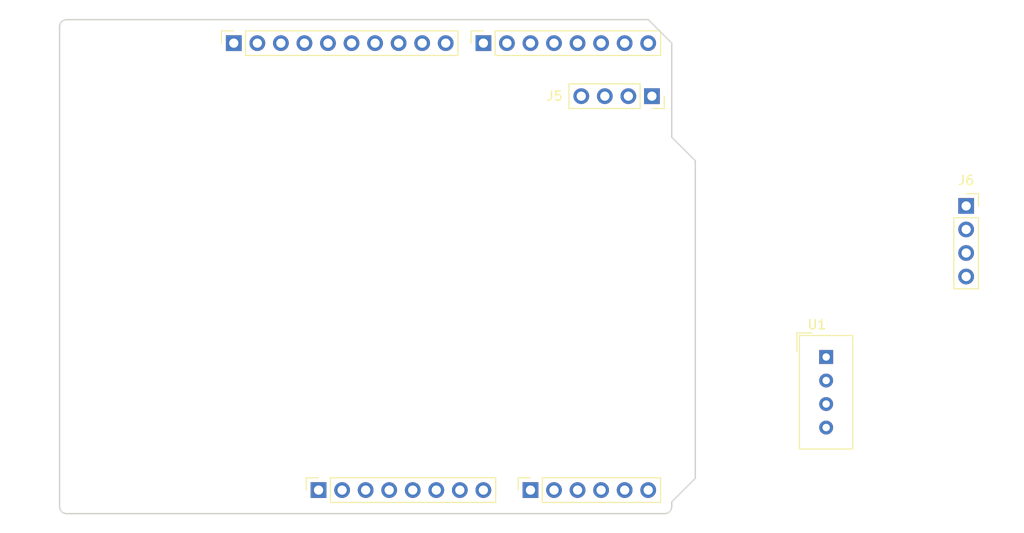
<source format=kicad_pcb>
(kicad_pcb (version 20240108) (generator "pcbnew") (generator_version "8.0")
  (title_block (title "Shield Arduino UNO") (date "2024-08-18") (company "Curso Lab. Electrónica II"))
  (layers (0 "F.Cu" signal) (31 "B.Cu" signal) (34 "B.Paste" user) (35 "F.Paste" user) (36 "B.SilkS" user "B.Silkscreen") (37 "F.SilkS" user "F.Silkscreen") (38 "B.Mask" user) (39 "F.Mask" user) (44 "Edge.Cuts" user))
  (net 0 "")
  (net 1 "GND")
  (net 3 "+5V")
  (net 4 "/IOREF")
  (net 5 "/A1")
  (net 6 "/A2")
  (net 7 "/A3")
  (net 8 "/SDA{slash}A4")
  (net 9 "/SCL{slash}A5")
  (net 10 "/13")
  (net 11 "/12")
  (net 12 "/AREF")
  (net 13 "/8")
  (net 14 "/7")
  (net 15 "/*11")
  (net 16 "/*10")
  (net 17 "/*9")
  (net 18 "/4")
  (net 19 "/2")
  (net 20 "/*6")
  (net 21 "/*5")
  (net 22 "/TX{slash}1")
  (net 23 "/*3")
  (net 24 "+3V3")
  (net 25 "VCC")
  (net 26 "/~{RESET}")
  (net 35 "/A0")
  (net 36 "/RX{slash}0")
  (footprint "Connector_PinSocket_2.54mm:PinSocket_1x08_P2.54mm_Vertical" (layer "F.Cu") (at 127.94 97.46 90)
    (property "Reference" "J1" (hide yes))
    (property "Value" "Power")
    (fp_line (start 1.33 -1.33) (end 1.33 0) (stroke (width 0.12)) (layer "F.SilkS"))
    (fp_line (start 0 -1.33) (end 1.33 -1.33) (stroke (width 0.12)) (layer "F.SilkS"))
    (fp_line (start 1.33 1.27) (end 1.33 19.11) (stroke (width 0.12)) (layer "F.SilkS"))
    (fp_line (start -1.33 1.27) (end 1.33 1.27) (stroke (width 0.12)) (layer "F.SilkS"))
    (fp_line (start -1.33 1.27) (end -1.33 19.11) (stroke (width 0.12)) (layer "F.SilkS"))
    (fp_line (start -1.33 19.11) (end 1.33 19.11) (stroke (width 0.12)) (layer "F.SilkS"))
    (pad "1" thru_hole rect (at 0 0 90) (size 1.7 1.7) (drill 1) (layers "*.Cu" "*.Mask"))
    (pad "2" thru_hole oval (at 0 2.54 90) (size 1.7 1.7) (drill 1) (layers "*.Cu" "*.Mask") (net 4 "/IOREF"))
    (pad "3" thru_hole oval (at 0 5.08 90) (size 1.7 1.7) (drill 1) (layers "*.Cu" "*.Mask") (net 26 "/~{RESET}"))
    (pad "4" thru_hole oval (at 0 7.62 90) (size 1.7 1.7) (drill 1) (layers "*.Cu" "*.Mask") (net 24 "+3V3"))
    (pad "5" thru_hole oval (at 0 10.16 90) (size 1.7 1.7) (drill 1) (layers "*.Cu" "*.Mask") (net 3 "+5V"))
    (pad "6" thru_hole oval (at 0 12.7 90) (size 1.7 1.7) (drill 1) (layers "*.Cu" "*.Mask") (net 1 "GND"))
    (pad "7" thru_hole oval (at 0 15.24 90) (size 1.7 1.7) (drill 1) (layers "*.Cu" "*.Mask") (net 1 "GND"))
    (pad "8" thru_hole oval (at 0 17.78 90) (size 1.7 1.7) (drill 1) (layers "*.Cu" "*.Mask") (net 25 "VCC"))
  )
  (footprint "Connector_PinSocket_2.54mm:PinSocket_1x06_P2.54mm_Vertical" (layer "F.Cu") (at 150.8 97.46 90)
    (property "Reference" "J3" (hide yes))
    (property "Value" "Analog")
    (fp_line (start 1.33 -1.33) (end 1.33 0) (stroke (width 0.12)) (layer "F.SilkS"))
    (fp_line (start 0 -1.33) (end 1.33 -1.33) (stroke (width 0.12)) (layer "F.SilkS"))
    (fp_line (start 1.33 1.27) (end 1.33 14.03) (stroke (width 0.12)) (layer "F.SilkS"))
    (fp_line (start -1.33 1.27) (end 1.33 1.27) (stroke (width 0.12)) (layer "F.SilkS"))
    (fp_line (start -1.33 1.27) (end -1.33 14.03) (stroke (width 0.12)) (layer "F.SilkS"))
    (fp_line (start -1.33 14.03) (end 1.33 14.03) (stroke (width 0.12)) (layer "F.SilkS"))
    (pad "1" thru_hole rect (at 0 0 90) (size 1.7 1.7) (drill 1) (layers "*.Cu" "*.Mask") (net 35 "/A0"))
    (pad "2" thru_hole oval (at 0 2.54 90) (size 1.7 1.7) (drill 1) (layers "*.Cu" "*.Mask") (net 5 "/A1"))
    (pad "3" thru_hole oval (at 0 5.08 90) (size 1.7 1.7) (drill 1) (layers "*.Cu" "*.Mask") (net 6 "/A2"))
    (pad "4" thru_hole oval (at 0 7.62 90) (size 1.7 1.7) (drill 1) (layers "*.Cu" "*.Mask") (net 7 "/A3"))
    (pad "5" thru_hole oval (at 0 10.16 90) (size 1.7 1.7) (drill 1) (layers "*.Cu" "*.Mask") (net 8 "/SDA{slash}A4"))
    (pad "6" thru_hole oval (at 0 12.7 90) (size 1.7 1.7) (drill 1) (layers "*.Cu" "*.Mask") (net 9 "/SCL{slash}A5"))
  )
  (footprint "Connector_PinSocket_2.54mm:PinSocket_1x10_P2.54mm_Vertical" (layer "F.Cu") (at 118.796 49.2 90)
    (property "Reference" "J2" (hide yes))
    (property "Value" "Digital/PWM")
    (fp_line (start 1.33 -1.33) (end 1.33 0) (stroke (width 0.12)) (layer "F.SilkS"))
    (fp_line (start 0 -1.33) (end 1.33 -1.33) (stroke (width 0.12)) (layer "F.SilkS"))
    (fp_line (start 1.33 1.27) (end 1.33 24.19) (stroke (width 0.12)) (layer "F.SilkS"))
    (fp_line (start -1.33 1.27) (end 1.33 1.27) (stroke (width 0.12)) (layer "F.SilkS"))
    (fp_line (start -1.33 1.27) (end -1.33 24.19) (stroke (width 0.12)) (layer "F.SilkS"))
    (fp_line (start -1.33 24.19) (end 1.33 24.19) (stroke (width 0.12)) (layer "F.SilkS"))
    (pad "1" thru_hole rect (at 0 0 90) (size 1.7 1.7) (drill 1) (layers "*.Cu" "*.Mask") (net 9 "/SCL{slash}A5"))
    (pad "2" thru_hole oval (at 0 2.54 90) (size 1.7 1.7) (drill 1) (layers "*.Cu" "*.Mask") (net 8 "/SDA{slash}A4"))
    (pad "3" thru_hole oval (at 0 5.08 90) (size 1.7 1.7) (drill 1) (layers "*.Cu" "*.Mask") (net 12 "/AREF"))
    (pad "4" thru_hole oval (at 0 7.62 90) (size 1.7 1.7) (drill 1) (layers "*.Cu" "*.Mask") (net 1 "GND"))
    (pad "5" thru_hole oval (at 0 10.16 90) (size 1.7 1.7) (drill 1) (layers "*.Cu" "*.Mask") (net 10 "/13"))
    (pad "6" thru_hole oval (at 0 12.7 90) (size 1.7 1.7) (drill 1) (layers "*.Cu" "*.Mask") (net 11 "/12"))
    (pad "7" thru_hole oval (at 0 15.24 90) (size 1.7 1.7) (drill 1) (layers "*.Cu" "*.Mask") (net 15 "/*11"))
    (pad "8" thru_hole oval (at 0 17.78 90) (size 1.7 1.7) (drill 1) (layers "*.Cu" "*.Mask") (net 16 "/*10"))
    (pad "9" thru_hole oval (at 0 20.32 90) (size 1.7 1.7) (drill 1) (layers "*.Cu" "*.Mask") (net 17 "/*9"))
    (pad "10" thru_hole oval (at 0 22.86 90) (size 1.7 1.7) (drill 1) (layers "*.Cu" "*.Mask") (net 13 "/8"))
  )
  (footprint "Connector_PinSocket_2.54mm:PinSocket_1x08_P2.54mm_Vertical" (layer "F.Cu") (at 145.72 49.2 90)
    (property "Reference" "J4" (hide yes))
    (property "Value" "Digital/PWM")
    (fp_line (start 1.33 -1.33) (end 1.33 0) (stroke (width 0.12)) (layer "F.SilkS"))
    (fp_line (start 0 -1.33) (end 1.33 -1.33) (stroke (width 0.12)) (layer "F.SilkS"))
    (fp_line (start 1.33 1.27) (end 1.33 19.11) (stroke (width 0.12)) (layer "F.SilkS"))
    (fp_line (start -1.33 1.27) (end 1.33 1.27) (stroke (width 0.12)) (layer "F.SilkS"))
    (fp_line (start -1.33 1.27) (end -1.33 19.11) (stroke (width 0.12)) (layer "F.SilkS"))
    (fp_line (start -1.33 19.11) (end 1.33 19.11) (stroke (width 0.12)) (layer "F.SilkS"))
    (pad "1" thru_hole rect (at 0 0 90) (size 1.7 1.7) (drill 1) (layers "*.Cu" "*.Mask") (net 14 "/7"))
    (pad "2" thru_hole oval (at 0 2.54 90) (size 1.7 1.7) (drill 1) (layers "*.Cu" "*.Mask") (net 20 "/*6"))
    (pad "3" thru_hole oval (at 0 5.08 90) (size 1.7 1.7) (drill 1) (layers "*.Cu" "*.Mask") (net 21 "/*5"))
    (pad "4" thru_hole oval (at 0 7.62 90) (size 1.7 1.7) (drill 1) (layers "*.Cu" "*.Mask") (net 18 "/4"))
    (pad "5" thru_hole oval (at 0 10.16 90) (size 1.7 1.7) (drill 1) (layers "*.Cu" "*.Mask") (net 23 "/*3"))
    (pad "6" thru_hole oval (at 0 12.7 90) (size 1.7 1.7) (drill 1) (layers "*.Cu" "*.Mask") (net 19 "/2"))
    (pad "7" thru_hole oval (at 0 15.24 90) (size 1.7 1.7) (drill 1) (layers "*.Cu" "*.Mask") (net 22 "/TX{slash}1"))
    (pad "8" thru_hole oval (at 0 17.78 90) (size 1.7 1.7) (drill 1) (layers "*.Cu" "*.Mask") (net 36 "/RX{slash}0"))
  )
  (footprint "Connector_PinSocket_2.54mm:PinSocket_1x04_P2.54mm_Vertical" (layer "F.Cu") (at 197.8 66.78)
    (property "Reference" "J6" (at 0 -2.77 0) (layer "F.SilkS"))
    (property "Value" "Conn_01x04_Pin")
    (fp_line (start -1.33 1.27) (end -1.33 8.95) (stroke (width 0.12)) (layer "F.SilkS"))
    (fp_line (start -1.33 1.27) (end 1.33 1.27) (stroke (width 0.12)) (layer "F.SilkS"))
    (fp_line (start -1.33 8.95) (end 1.33 8.95) (stroke (width 0.12)) (layer "F.SilkS"))
    (fp_line (start 0 -1.33) (end 1.33 -1.33) (stroke (width 0.12)) (layer "F.SilkS"))
    (fp_line (start 1.33 -1.33) (end 1.33 0) (stroke (width 0.12)) (layer "F.SilkS"))
    (fp_line (start 1.33 1.27) (end 1.33 8.95) (stroke (width 0.12)) (layer "F.SilkS"))
    (pad "1" thru_hole rect (at 0 0) (size 1.7 1.7) (drill 1) (layers "*.Cu" "*.Mask"))
    (pad "2" thru_hole oval (at 0 2.54) (size 1.7 1.7) (drill 1) (layers "*.Cu" "*.Mask"))
    (pad "3" thru_hole oval (at 0 5.08) (size 1.7 1.7) (drill 1) (layers "*.Cu" "*.Mask"))
    (pad "4" thru_hole oval (at 0 7.62) (size 1.7 1.7) (drill 1) (layers "*.Cu" "*.Mask"))
  )
  (footprint "Arduino_MountingHole:MountingHole_3.2mm" (layer "F.Cu") (at 115.24 49.2)
    (property "Reference" "MH1" (hide yes))
    (property "Value" "MountingHole_3.2mm" (hide yes))
    (pad "" np_thru_hole circle (at 0 0) (size 3.2 3.2) (drill 3.2) (layers "*.Cu" "*.Mask"))
  )
  (footprint "Connector_PinSocket_2.54mm:PinSocket_1x04_P2.54mm_Vertical" (layer "F.Cu") (at 163.9 54.925 -90)
    (property "Reference" "J5" (at -0.025 10.5 180) (layer "F.SilkS"))
    (property "Value" "Conn_01x04_Pin")
    (fp_line (start -1.33 8.95) (end 1.33 8.95) (stroke (width 0.12)) (layer "F.SilkS"))
    (fp_line (start -1.33 1.27) (end -1.33 8.95) (stroke (width 0.12)) (layer "F.SilkS"))
    (fp_line (start -1.33 1.27) (end 1.33 1.27) (stroke (width 0.12)) (layer "F.SilkS"))
    (fp_line (start 1.33 1.27) (end 1.33 8.95) (stroke (width 0.12)) (layer "F.SilkS"))
    (fp_line (start 0 -1.33) (end 1.33 -1.33) (stroke (width 0.12)) (layer "F.SilkS"))
    (fp_line (start 1.33 -1.33) (end 1.33 0) (stroke (width 0.12)) (layer "F.SilkS"))
    (pad "1" thru_hole rect (at 0 0 270) (size 1.7 1.7) (drill 1) (layers "*.Cu" "*.Mask") (net 36 "/RX{slash}0"))
    (pad "2" thru_hole oval (at 0 2.54 270) (size 1.7 1.7) (drill 1) (layers "*.Cu" "*.Mask") (net 22 "/TX{slash}1"))
    (pad "3" thru_hole oval (at 0 5.08 270) (size 1.7 1.7) (drill 1) (layers "*.Cu" "*.Mask") (net 3 "+5V"))
    (pad "4" thru_hole oval (at 0 7.62 270) (size 1.7 1.7) (drill 1) (layers "*.Cu" "*.Mask") (net 1 "GND"))
  )
  (footprint "Arduino_MountingHole:MountingHole_3.2mm" (layer "F.Cu") (at 113.97 97.46)
    (property "Reference" "MH2" (hide yes))
    (property "Value" "MountingHole_3.2mm" (hide yes))
    (pad "" np_thru_hole circle (at 0 0) (size 3.2 3.2) (drill 3.2) (layers "*.Cu" "*.Mask"))
  )
  (footprint "Arduino_MountingHole:MountingHole_3.2mm" (layer "F.Cu") (at 166.04 64.44)
    (property "Reference" "MH3" (hide yes))
    (property "Value" "MountingHole_3.2mm" (hide yes))
    (pad "" np_thru_hole circle (at 0 0) (size 3.2 3.2) (drill 3.2) (layers "*.Cu" "*.Mask"))
  )
  (footprint "Arduino_MountingHole:MountingHole_3.2mm" (layer "F.Cu") (at 166.04 92.38)
    (property "Reference" "MH4" (hide yes))
    (property "Value" "MountingHole_3.2mm" (hide yes))
    (pad "" np_thru_hole circle (at 0 0) (size 3.2 3.2) (drill 3.2) (layers "*.Cu" "*.Mask"))
  )
  (footprint "Sensor:Aosong_DHT11_5.5x12.0_P2.54mm" (layer "F.Cu") (at 182.6975 83.0875)
    (property "Reference" "U1" (at -1 -3.5 0) (layer "F.SilkS"))
    (property "Value" "DHT11")
    (fp_line (start -3.16 -2.6) (end -3.16 -0.6) (stroke (width 0.12)) (layer "F.SilkS"))
    (fp_line (start -3.16 -2.6) (end -1.55 -2.6) (stroke (width 0.12)) (layer "F.SilkS"))
    (fp_line (start -2.88 9.94) (end -2.88 -2.31) (stroke (width 0.12)) (layer "F.SilkS"))
    (fp_line (start -2.87 -2.32) (end 2.87 -2.32) (stroke (width 0.12)) (layer "F.SilkS"))
    (fp_line (start 2.88 -2.32) (end 2.88 9.94) (stroke (width 0.12)) (layer "F.SilkS"))
    (fp_line (start 2.88 9.94) (end -2.88 9.94) (stroke (width 0.12)) (layer "F.SilkS"))
    (pad "1" thru_hole rect (at 0 0) (size 1.5 1.5) (drill 0.8) (layers "*.Cu" "*.Mask"))
    (pad "2" thru_hole circle (at 0 2.54) (size 1.5 1.5) (drill 0.8) (layers "*.Cu" "*.Mask"))
    (pad "3" thru_hole circle (at 0 5.08) (size 1.5 1.5) (drill 0.8) (layers "*.Cu" "*.Mask"))
    (pad "4" thru_hole circle (at 0 7.62) (size 1.5 1.5) (drill 0.8) (layers "*.Cu" "*.Mask"))
  )
  (gr_line (start 166.04 59.36) (end 168.58 61.9) (stroke (width 0.15)) (layer "Edge.Cuts"))
  (gr_line (start 100 99.238) (end 100 47.422) (stroke (width 0.15)) (layer "Edge.Cuts"))
  (gr_line (start 168.58 61.9) (end 168.58 96.19) (stroke (width 0.15)) (layer "Edge.Cuts"))
  (gr_line (start 165.278 100) (end 100.762 100) (stroke (width 0.15)) (layer "Edge.Cuts"))
  (gr_line (start 100.762 46.66) (end 163.5 46.66) (stroke (width 0.15)) (layer "Edge.Cuts"))
  (gr_arc (start 100.762 100) (mid 100.223185 99.776815) (end 100 99.238) (stroke (width 0.15)) (layer "Edge.Cuts"))
  (gr_line (start 168.58 96.19) (end 166.04 98.73) (stroke (width 0.15)) (layer "Edge.Cuts"))
  (gr_line (start 163.5 46.66) (end 166.04 49.2) (stroke (width 0.15)) (layer "Edge.Cuts"))
  (gr_arc (start 166.04 99.238) (mid 165.816815 99.776815) (end 165.278 100) (stroke (width 0.15)) (layer "Edge.Cuts"))
  (gr_line (start 166.04 49.2) (end 166.04 59.36) (stroke (width 0.15)) (layer "Edge.Cuts"))
  (gr_line (start 166.04 98.73) (end 166.04 99.238) (stroke (width 0.15)) (layer "Edge.Cuts"))
  (gr_arc (start 100 47.422) (mid 100.223185 46.883185) (end 100.762 46.66) (stroke (width 0.15)) (layer "Edge.Cuts"))
)
</source>
